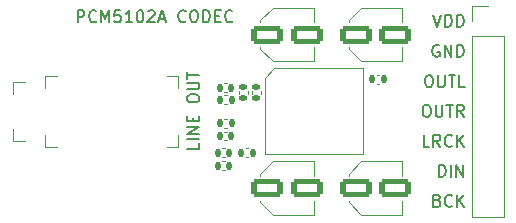
<source format=gto>
%TF.GenerationSoftware,KiCad,Pcbnew,(6.0.0-0)*%
%TF.CreationDate,2022-11-25T09:40:39+01:00*%
%TF.ProjectId,pcm5102a_codec_breakout,70636d35-3130-4326-915f-636f6465635f,rev?*%
%TF.SameCoordinates,Original*%
%TF.FileFunction,Legend,Top*%
%TF.FilePolarity,Positive*%
%FSLAX46Y46*%
G04 Gerber Fmt 4.6, Leading zero omitted, Abs format (unit mm)*
G04 Created by KiCad (PCBNEW (6.0.0-0)) date 2022-11-25 09:40:39*
%MOMM*%
%LPD*%
G01*
G04 APERTURE LIST*
G04 Aperture macros list*
%AMRoundRect*
0 Rectangle with rounded corners*
0 $1 Rounding radius*
0 $2 $3 $4 $5 $6 $7 $8 $9 X,Y pos of 4 corners*
0 Add a 4 corners polygon primitive as box body*
4,1,4,$2,$3,$4,$5,$6,$7,$8,$9,$2,$3,0*
0 Add four circle primitives for the rounded corners*
1,1,$1+$1,$2,$3*
1,1,$1+$1,$4,$5*
1,1,$1+$1,$6,$7*
1,1,$1+$1,$8,$9*
0 Add four rect primitives between the rounded corners*
20,1,$1+$1,$2,$3,$4,$5,0*
20,1,$1+$1,$4,$5,$6,$7,0*
20,1,$1+$1,$6,$7,$8,$9,0*
20,1,$1+$1,$8,$9,$2,$3,0*%
G04 Aperture macros list end*
%ADD10C,0.150000*%
%ADD11C,0.120000*%
%ADD12R,1.500000X3.500000*%
%ADD13C,2.100000*%
%ADD14RoundRect,0.140000X0.140000X0.170000X-0.140000X0.170000X-0.140000X-0.170000X0.140000X-0.170000X0*%
%ADD15RoundRect,0.140000X-0.170000X0.140000X-0.170000X-0.140000X0.170000X-0.140000X0.170000X0.140000X0*%
%ADD16RoundRect,0.140000X-0.140000X-0.170000X0.140000X-0.170000X0.140000X0.170000X-0.140000X0.170000X0*%
%ADD17RoundRect,0.250000X-1.075000X-0.550000X1.075000X-0.550000X1.075000X0.550000X-1.075000X0.550000X0*%
%ADD18RoundRect,0.135000X-0.135000X-0.185000X0.135000X-0.185000X0.135000X0.185000X-0.135000X0.185000X0*%
%ADD19R,1.700000X1.700000*%
%ADD20O,1.700000X1.700000*%
%ADD21R,1.500000X0.450000*%
G04 APERTURE END LIST*
D10*
X152557261Y-92992380D02*
X152081071Y-92992380D01*
X152081071Y-91992380D01*
X153462023Y-92992380D02*
X153128690Y-92516190D01*
X152890595Y-92992380D02*
X152890595Y-91992380D01*
X153271547Y-91992380D01*
X153366785Y-92040000D01*
X153414404Y-92087619D01*
X153462023Y-92182857D01*
X153462023Y-92325714D01*
X153414404Y-92420952D01*
X153366785Y-92468571D01*
X153271547Y-92516190D01*
X152890595Y-92516190D01*
X154462023Y-92897142D02*
X154414404Y-92944761D01*
X154271547Y-92992380D01*
X154176309Y-92992380D01*
X154033452Y-92944761D01*
X153938214Y-92849523D01*
X153890595Y-92754285D01*
X153842976Y-92563809D01*
X153842976Y-92420952D01*
X153890595Y-92230476D01*
X153938214Y-92135238D01*
X154033452Y-92040000D01*
X154176309Y-91992380D01*
X154271547Y-91992380D01*
X154414404Y-92040000D01*
X154462023Y-92087619D01*
X154890595Y-92992380D02*
X154890595Y-91992380D01*
X155462023Y-92992380D02*
X155033452Y-92420952D01*
X155462023Y-91992380D02*
X154890595Y-92563809D01*
X153366785Y-95532380D02*
X153366785Y-94532380D01*
X153604880Y-94532380D01*
X153747738Y-94580000D01*
X153842976Y-94675238D01*
X153890595Y-94770476D01*
X153938214Y-94960952D01*
X153938214Y-95103809D01*
X153890595Y-95294285D01*
X153842976Y-95389523D01*
X153747738Y-95484761D01*
X153604880Y-95532380D01*
X153366785Y-95532380D01*
X154366785Y-95532380D02*
X154366785Y-94532380D01*
X154842976Y-95532380D02*
X154842976Y-94532380D01*
X155414404Y-95532380D01*
X155414404Y-94532380D01*
X153366785Y-84420000D02*
X153271547Y-84372380D01*
X153128690Y-84372380D01*
X152985833Y-84420000D01*
X152890595Y-84515238D01*
X152842976Y-84610476D01*
X152795357Y-84800952D01*
X152795357Y-84943809D01*
X152842976Y-85134285D01*
X152890595Y-85229523D01*
X152985833Y-85324761D01*
X153128690Y-85372380D01*
X153223928Y-85372380D01*
X153366785Y-85324761D01*
X153414404Y-85277142D01*
X153414404Y-84943809D01*
X153223928Y-84943809D01*
X153842976Y-85372380D02*
X153842976Y-84372380D01*
X154414404Y-85372380D01*
X154414404Y-84372380D01*
X154890595Y-85372380D02*
X154890595Y-84372380D01*
X155128690Y-84372380D01*
X155271547Y-84420000D01*
X155366785Y-84515238D01*
X155414404Y-84610476D01*
X155462023Y-84800952D01*
X155462023Y-84943809D01*
X155414404Y-85134285D01*
X155366785Y-85229523D01*
X155271547Y-85324761D01*
X155128690Y-85372380D01*
X154890595Y-85372380D01*
X122776190Y-82452380D02*
X122776190Y-81452380D01*
X123157142Y-81452380D01*
X123252380Y-81500000D01*
X123300000Y-81547619D01*
X123347619Y-81642857D01*
X123347619Y-81785714D01*
X123300000Y-81880952D01*
X123252380Y-81928571D01*
X123157142Y-81976190D01*
X122776190Y-81976190D01*
X124347619Y-82357142D02*
X124300000Y-82404761D01*
X124157142Y-82452380D01*
X124061904Y-82452380D01*
X123919047Y-82404761D01*
X123823809Y-82309523D01*
X123776190Y-82214285D01*
X123728571Y-82023809D01*
X123728571Y-81880952D01*
X123776190Y-81690476D01*
X123823809Y-81595238D01*
X123919047Y-81500000D01*
X124061904Y-81452380D01*
X124157142Y-81452380D01*
X124300000Y-81500000D01*
X124347619Y-81547619D01*
X124776190Y-82452380D02*
X124776190Y-81452380D01*
X125109523Y-82166666D01*
X125442857Y-81452380D01*
X125442857Y-82452380D01*
X126395238Y-81452380D02*
X125919047Y-81452380D01*
X125871428Y-81928571D01*
X125919047Y-81880952D01*
X126014285Y-81833333D01*
X126252380Y-81833333D01*
X126347619Y-81880952D01*
X126395238Y-81928571D01*
X126442857Y-82023809D01*
X126442857Y-82261904D01*
X126395238Y-82357142D01*
X126347619Y-82404761D01*
X126252380Y-82452380D01*
X126014285Y-82452380D01*
X125919047Y-82404761D01*
X125871428Y-82357142D01*
X127395238Y-82452380D02*
X126823809Y-82452380D01*
X127109523Y-82452380D02*
X127109523Y-81452380D01*
X127014285Y-81595238D01*
X126919047Y-81690476D01*
X126823809Y-81738095D01*
X128014285Y-81452380D02*
X128109523Y-81452380D01*
X128204761Y-81500000D01*
X128252380Y-81547619D01*
X128300000Y-81642857D01*
X128347619Y-81833333D01*
X128347619Y-82071428D01*
X128300000Y-82261904D01*
X128252380Y-82357142D01*
X128204761Y-82404761D01*
X128109523Y-82452380D01*
X128014285Y-82452380D01*
X127919047Y-82404761D01*
X127871428Y-82357142D01*
X127823809Y-82261904D01*
X127776190Y-82071428D01*
X127776190Y-81833333D01*
X127823809Y-81642857D01*
X127871428Y-81547619D01*
X127919047Y-81500000D01*
X128014285Y-81452380D01*
X128728571Y-81547619D02*
X128776190Y-81500000D01*
X128871428Y-81452380D01*
X129109523Y-81452380D01*
X129204761Y-81500000D01*
X129252380Y-81547619D01*
X129300000Y-81642857D01*
X129300000Y-81738095D01*
X129252380Y-81880952D01*
X128680952Y-82452380D01*
X129300000Y-82452380D01*
X129680952Y-82166666D02*
X130157142Y-82166666D01*
X129585714Y-82452380D02*
X129919047Y-81452380D01*
X130252380Y-82452380D01*
X131919047Y-82357142D02*
X131871428Y-82404761D01*
X131728571Y-82452380D01*
X131633333Y-82452380D01*
X131490476Y-82404761D01*
X131395238Y-82309523D01*
X131347619Y-82214285D01*
X131300000Y-82023809D01*
X131300000Y-81880952D01*
X131347619Y-81690476D01*
X131395238Y-81595238D01*
X131490476Y-81500000D01*
X131633333Y-81452380D01*
X131728571Y-81452380D01*
X131871428Y-81500000D01*
X131919047Y-81547619D01*
X132538095Y-81452380D02*
X132728571Y-81452380D01*
X132823809Y-81500000D01*
X132919047Y-81595238D01*
X132966666Y-81785714D01*
X132966666Y-82119047D01*
X132919047Y-82309523D01*
X132823809Y-82404761D01*
X132728571Y-82452380D01*
X132538095Y-82452380D01*
X132442857Y-82404761D01*
X132347619Y-82309523D01*
X132300000Y-82119047D01*
X132300000Y-81785714D01*
X132347619Y-81595238D01*
X132442857Y-81500000D01*
X132538095Y-81452380D01*
X133395238Y-82452380D02*
X133395238Y-81452380D01*
X133633333Y-81452380D01*
X133776190Y-81500000D01*
X133871428Y-81595238D01*
X133919047Y-81690476D01*
X133966666Y-81880952D01*
X133966666Y-82023809D01*
X133919047Y-82214285D01*
X133871428Y-82309523D01*
X133776190Y-82404761D01*
X133633333Y-82452380D01*
X133395238Y-82452380D01*
X134395238Y-81928571D02*
X134728571Y-81928571D01*
X134871428Y-82452380D02*
X134395238Y-82452380D01*
X134395238Y-81452380D01*
X134871428Y-81452380D01*
X135871428Y-82357142D02*
X135823809Y-82404761D01*
X135680952Y-82452380D01*
X135585714Y-82452380D01*
X135442857Y-82404761D01*
X135347619Y-82309523D01*
X135300000Y-82214285D01*
X135252380Y-82023809D01*
X135252380Y-81880952D01*
X135300000Y-81690476D01*
X135347619Y-81595238D01*
X135442857Y-81500000D01*
X135585714Y-81452380D01*
X135680952Y-81452380D01*
X135823809Y-81500000D01*
X135871428Y-81547619D01*
X152223928Y-89452380D02*
X152414404Y-89452380D01*
X152509642Y-89500000D01*
X152604880Y-89595238D01*
X152652500Y-89785714D01*
X152652500Y-90119047D01*
X152604880Y-90309523D01*
X152509642Y-90404761D01*
X152414404Y-90452380D01*
X152223928Y-90452380D01*
X152128690Y-90404761D01*
X152033452Y-90309523D01*
X151985833Y-90119047D01*
X151985833Y-89785714D01*
X152033452Y-89595238D01*
X152128690Y-89500000D01*
X152223928Y-89452380D01*
X153081071Y-89452380D02*
X153081071Y-90261904D01*
X153128690Y-90357142D01*
X153176309Y-90404761D01*
X153271547Y-90452380D01*
X153462023Y-90452380D01*
X153557261Y-90404761D01*
X153604880Y-90357142D01*
X153652500Y-90261904D01*
X153652500Y-89452380D01*
X153985833Y-89452380D02*
X154557261Y-89452380D01*
X154271547Y-90452380D02*
X154271547Y-89452380D01*
X155462023Y-90452380D02*
X155128690Y-89976190D01*
X154890595Y-90452380D02*
X154890595Y-89452380D01*
X155271547Y-89452380D01*
X155366785Y-89500000D01*
X155414404Y-89547619D01*
X155462023Y-89642857D01*
X155462023Y-89785714D01*
X155414404Y-89880952D01*
X155366785Y-89928571D01*
X155271547Y-89976190D01*
X154890595Y-89976190D01*
X153223928Y-97548571D02*
X153366785Y-97596190D01*
X153414404Y-97643809D01*
X153462023Y-97739047D01*
X153462023Y-97881904D01*
X153414404Y-97977142D01*
X153366785Y-98024761D01*
X153271547Y-98072380D01*
X152890595Y-98072380D01*
X152890595Y-97072380D01*
X153223928Y-97072380D01*
X153319166Y-97120000D01*
X153366785Y-97167619D01*
X153414404Y-97262857D01*
X153414404Y-97358095D01*
X153366785Y-97453333D01*
X153319166Y-97500952D01*
X153223928Y-97548571D01*
X152890595Y-97548571D01*
X154462023Y-97977142D02*
X154414404Y-98024761D01*
X154271547Y-98072380D01*
X154176309Y-98072380D01*
X154033452Y-98024761D01*
X153938214Y-97929523D01*
X153890595Y-97834285D01*
X153842976Y-97643809D01*
X153842976Y-97500952D01*
X153890595Y-97310476D01*
X153938214Y-97215238D01*
X154033452Y-97120000D01*
X154176309Y-97072380D01*
X154271547Y-97072380D01*
X154414404Y-97120000D01*
X154462023Y-97167619D01*
X154890595Y-98072380D02*
X154890595Y-97072380D01*
X155462023Y-98072380D02*
X155033452Y-97500952D01*
X155462023Y-97072380D02*
X154890595Y-97643809D01*
X133052380Y-92714285D02*
X133052380Y-93190476D01*
X132052380Y-93190476D01*
X133052380Y-92380952D02*
X132052380Y-92380952D01*
X133052380Y-91904761D02*
X132052380Y-91904761D01*
X133052380Y-91333333D01*
X132052380Y-91333333D01*
X132528571Y-90857142D02*
X132528571Y-90523809D01*
X133052380Y-90380952D02*
X133052380Y-90857142D01*
X132052380Y-90857142D01*
X132052380Y-90380952D01*
X132052380Y-89000000D02*
X132052380Y-88809523D01*
X132100000Y-88714285D01*
X132195238Y-88619047D01*
X132385714Y-88571428D01*
X132719047Y-88571428D01*
X132909523Y-88619047D01*
X133004761Y-88714285D01*
X133052380Y-88809523D01*
X133052380Y-89000000D01*
X133004761Y-89095238D01*
X132909523Y-89190476D01*
X132719047Y-89238095D01*
X132385714Y-89238095D01*
X132195238Y-89190476D01*
X132100000Y-89095238D01*
X132052380Y-89000000D01*
X132052380Y-88142857D02*
X132861904Y-88142857D01*
X132957142Y-88095238D01*
X133004761Y-88047619D01*
X133052380Y-87952380D01*
X133052380Y-87761904D01*
X133004761Y-87666666D01*
X132957142Y-87619047D01*
X132861904Y-87571428D01*
X132052380Y-87571428D01*
X132052380Y-87238095D02*
X132052380Y-86666666D01*
X133052380Y-86952380D02*
X132052380Y-86952380D01*
X152414404Y-86952380D02*
X152604880Y-86952380D01*
X152700119Y-87000000D01*
X152795357Y-87095238D01*
X152842976Y-87285714D01*
X152842976Y-87619047D01*
X152795357Y-87809523D01*
X152700119Y-87904761D01*
X152604880Y-87952380D01*
X152414404Y-87952380D01*
X152319166Y-87904761D01*
X152223928Y-87809523D01*
X152176309Y-87619047D01*
X152176309Y-87285714D01*
X152223928Y-87095238D01*
X152319166Y-87000000D01*
X152414404Y-86952380D01*
X153271547Y-86952380D02*
X153271547Y-87761904D01*
X153319166Y-87857142D01*
X153366785Y-87904761D01*
X153462023Y-87952380D01*
X153652500Y-87952380D01*
X153747738Y-87904761D01*
X153795357Y-87857142D01*
X153842976Y-87761904D01*
X153842976Y-86952380D01*
X154176309Y-86952380D02*
X154747738Y-86952380D01*
X154462023Y-87952380D02*
X154462023Y-86952380D01*
X155557261Y-87952380D02*
X155081071Y-87952380D01*
X155081071Y-86952380D01*
X152890595Y-81827380D02*
X153223928Y-82827380D01*
X153557261Y-81827380D01*
X153890595Y-82827380D02*
X153890595Y-81827380D01*
X154128690Y-81827380D01*
X154271547Y-81875000D01*
X154366785Y-81970238D01*
X154414404Y-82065476D01*
X154462023Y-82255952D01*
X154462023Y-82398809D01*
X154414404Y-82589285D01*
X154366785Y-82684523D01*
X154271547Y-82779761D01*
X154128690Y-82827380D01*
X153890595Y-82827380D01*
X154890595Y-82827380D02*
X154890595Y-81827380D01*
X155128690Y-81827380D01*
X155271547Y-81875000D01*
X155366785Y-81970238D01*
X155414404Y-82065476D01*
X155462023Y-82255952D01*
X155462023Y-82398809D01*
X155414404Y-82589285D01*
X155366785Y-82684523D01*
X155271547Y-82779761D01*
X155128690Y-82827380D01*
X154890595Y-82827380D01*
D11*
X117300000Y-87500000D02*
X117300000Y-88500000D01*
X131300000Y-92000000D02*
X131300000Y-93000000D01*
X131300000Y-93000000D02*
X130300000Y-93000000D01*
X117300000Y-92500000D02*
X117300000Y-91500000D01*
X118300000Y-87500000D02*
X117300000Y-87500000D01*
X121000000Y-87000000D02*
X120000000Y-87000000D01*
X131300000Y-87000000D02*
X131300000Y-88000000D01*
X130300000Y-87000000D02*
X131300000Y-87000000D01*
X118300000Y-92500000D02*
X117300000Y-92500000D01*
X120000000Y-87000000D02*
X120000000Y-88000000D01*
X121000000Y-93000000D02*
X120000000Y-93000000D01*
X120000000Y-93000000D02*
X120000000Y-92000000D01*
X148307836Y-87660000D02*
X148092164Y-87660000D01*
X148307836Y-86940000D02*
X148092164Y-86940000D01*
X137540000Y-88292164D02*
X137540000Y-88507836D01*
X138260000Y-88292164D02*
X138260000Y-88507836D01*
X135192164Y-87640000D02*
X135407836Y-87640000D01*
X135192164Y-88360000D02*
X135407836Y-88360000D01*
X137160000Y-88292164D02*
X137160000Y-88507836D01*
X136440000Y-88292164D02*
X136440000Y-88507836D01*
X150260000Y-85760000D02*
X150260000Y-84560000D01*
X150260000Y-81240000D02*
X150260000Y-82440000D01*
X145740000Y-82304437D02*
X146804437Y-81240000D01*
X146804437Y-85760000D02*
X150260000Y-85760000D01*
X145740000Y-84695563D02*
X146804437Y-85760000D01*
X146804437Y-81240000D02*
X150260000Y-81240000D01*
X145740000Y-82304437D02*
X145740000Y-82440000D01*
X145740000Y-84695563D02*
X145740000Y-84560000D01*
X135207836Y-93860000D02*
X134992164Y-93860000D01*
X135207836Y-93140000D02*
X134992164Y-93140000D01*
X134992164Y-94240000D02*
X135207836Y-94240000D01*
X134992164Y-94960000D02*
X135207836Y-94960000D01*
X135146359Y-91380000D02*
X135453641Y-91380000D01*
X135146359Y-90620000D02*
X135453641Y-90620000D01*
X156170000Y-83645000D02*
X158830000Y-83645000D01*
X156170000Y-82375000D02*
X156170000Y-81045000D01*
X156170000Y-83645000D02*
X156170000Y-98945000D01*
X156170000Y-81045000D02*
X157500000Y-81045000D01*
X156170000Y-98945000D02*
X158830000Y-98945000D01*
X158830000Y-83645000D02*
X158830000Y-98945000D01*
X142760000Y-98760000D02*
X142760000Y-97560000D01*
X138240000Y-95304437D02*
X138240000Y-95440000D01*
X138240000Y-95304437D02*
X139304437Y-94240000D01*
X139304437Y-98760000D02*
X142760000Y-98760000D01*
X138240000Y-97695563D02*
X139304437Y-98760000D01*
X142760000Y-94240000D02*
X142760000Y-95440000D01*
X139304437Y-94240000D02*
X142760000Y-94240000D01*
X138240000Y-97695563D02*
X138240000Y-97560000D01*
X135146359Y-89380000D02*
X135453641Y-89380000D01*
X135146359Y-88620000D02*
X135453641Y-88620000D01*
X146900000Y-93650000D02*
X138600000Y-93650000D01*
X139400000Y-86350000D02*
X146900000Y-86350000D01*
X138600000Y-93650000D02*
X138600000Y-87150000D01*
X138600000Y-87150000D02*
X139400000Y-86350000D01*
X146900000Y-86350000D02*
X146900000Y-93650000D01*
X135407836Y-91740000D02*
X135192164Y-91740000D01*
X135407836Y-92460000D02*
X135192164Y-92460000D01*
X150260000Y-94240000D02*
X150260000Y-95440000D01*
X145740000Y-97695563D02*
X146804437Y-98760000D01*
X145740000Y-95304437D02*
X146804437Y-94240000D01*
X146804437Y-94240000D02*
X150260000Y-94240000D01*
X145740000Y-97695563D02*
X145740000Y-97560000D01*
X145740000Y-95304437D02*
X145740000Y-95440000D01*
X150260000Y-98760000D02*
X150260000Y-97560000D01*
X146804437Y-98760000D02*
X150260000Y-98760000D01*
X138240000Y-84695563D02*
X138240000Y-84560000D01*
X142760000Y-85760000D02*
X142760000Y-84560000D01*
X138240000Y-84695563D02*
X139304437Y-85760000D01*
X138240000Y-82304437D02*
X139304437Y-81240000D01*
X139304437Y-81240000D02*
X142760000Y-81240000D01*
X138240000Y-82304437D02*
X138240000Y-82440000D01*
X142760000Y-81240000D02*
X142760000Y-82440000D01*
X139304437Y-85760000D02*
X142760000Y-85760000D01*
X137207836Y-93860000D02*
X136992164Y-93860000D01*
X137207836Y-93140000D02*
X136992164Y-93140000D01*
%LPC*%
D12*
X124100000Y-86250000D03*
X122100000Y-93750000D03*
X129100000Y-93750000D03*
D13*
X132100000Y-84400000D03*
X132100000Y-97400000D03*
D14*
X148680000Y-87300000D03*
X147720000Y-87300000D03*
D15*
X137900000Y-87920000D03*
X137900000Y-88880000D03*
D16*
X135780000Y-88000000D03*
X134820000Y-88000000D03*
D15*
X136800000Y-87920000D03*
X136800000Y-88880000D03*
D17*
X146325000Y-83500000D03*
X149675000Y-83500000D03*
D14*
X135580000Y-93500000D03*
X134620000Y-93500000D03*
D16*
X134620000Y-94600000D03*
X135580000Y-94600000D03*
D18*
X134790000Y-91000000D03*
X135810000Y-91000000D03*
D19*
X157500000Y-82375000D03*
D20*
X157500000Y-84915000D03*
X157500000Y-87455000D03*
X157500000Y-89995000D03*
X157500000Y-92535000D03*
X157500000Y-95075000D03*
X157500000Y-97615000D03*
D17*
X138825000Y-96500000D03*
X142175000Y-96500000D03*
D18*
X134790000Y-89000000D03*
X135810000Y-89000000D03*
D21*
X139850000Y-87075000D03*
X139850000Y-87725000D03*
X139850000Y-88375000D03*
X139850000Y-89025000D03*
X139850000Y-89675000D03*
X139850000Y-90325000D03*
X139850000Y-90975000D03*
X139850000Y-91625000D03*
X139850000Y-92275000D03*
X139850000Y-92925000D03*
X145650000Y-92925000D03*
X145650000Y-92275000D03*
X145650000Y-91625000D03*
X145650000Y-90975000D03*
X145650000Y-90325000D03*
X145650000Y-89675000D03*
X145650000Y-89025000D03*
X145650000Y-88375000D03*
X145650000Y-87725000D03*
X145650000Y-87075000D03*
D14*
X135780000Y-92100000D03*
X134820000Y-92100000D03*
D17*
X146325000Y-96500000D03*
X149675000Y-96500000D03*
X138825000Y-83500000D03*
X142175000Y-83500000D03*
D14*
X137580000Y-93500000D03*
X136620000Y-93500000D03*
M02*

</source>
